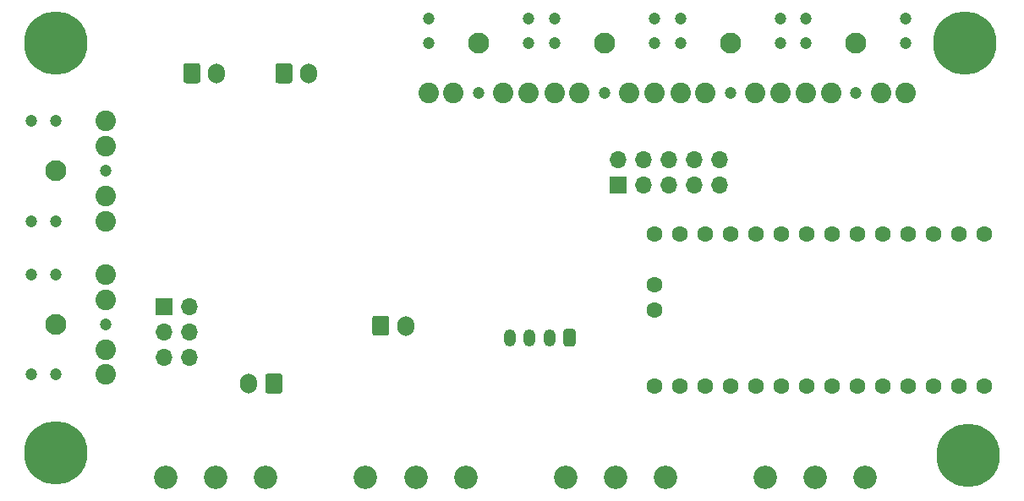
<source format=gbs>
%TF.GenerationSoftware,KiCad,Pcbnew,5.1.11-e4df9d881f~92~ubuntu20.04.1*%
%TF.CreationDate,2021-11-07T19:57:49-08:00*%
%TF.ProjectId,TeensyKeyerShield,5465656e-7379-44b6-9579-657253686965,rev?*%
%TF.SameCoordinates,PX4c4b400PY42c1d80*%
%TF.FileFunction,Soldermask,Bot*%
%TF.FilePolarity,Negative*%
%FSLAX46Y46*%
G04 Gerber Fmt 4.6, Leading zero omitted, Abs format (unit mm)*
G04 Created by KiCad (PCBNEW 5.1.11-e4df9d881f~92~ubuntu20.04.1) date 2021-11-07 19:57:49*
%MOMM*%
%LPD*%
G01*
G04 APERTURE LIST*
%ADD10C,6.350000*%
%ADD11C,2.340000*%
%ADD12C,1.600000*%
%ADD13O,1.700000X2.000000*%
%ADD14C,2.100000*%
%ADD15C,2.050000*%
%ADD16C,1.200000*%
%ADD17R,1.700000X1.700000*%
%ADD18O,1.700000X1.700000*%
%ADD19O,1.200000X1.750000*%
G04 APERTURE END LIST*
D10*
%TO.C,MH1*%
X95800000Y-45800000D03*
%TD*%
%TO.C,MH2*%
X95500000Y-4500000D03*
%TD*%
%TO.C,MH3*%
X4500000Y-4500000D03*
%TD*%
%TO.C,MH4*%
X4500000Y-45500000D03*
%TD*%
D11*
%TO.C,RV2*%
X45500000Y-48000000D03*
X40500000Y-48000000D03*
X35500000Y-48000000D03*
%TD*%
D12*
%TO.C,U3*%
X64390000Y-31200000D03*
X64390000Y-38820000D03*
X64390000Y-28660000D03*
X64390000Y-23580000D03*
X66930000Y-38820000D03*
X69470000Y-38820000D03*
X72010000Y-38820000D03*
X74550000Y-38820000D03*
X77090000Y-38820000D03*
X79630000Y-38820000D03*
X82170000Y-38820000D03*
X84710000Y-38820000D03*
X87250000Y-38820000D03*
X89790000Y-38820000D03*
X92330000Y-38820000D03*
X94870000Y-38820000D03*
X97410000Y-38820000D03*
X66930000Y-23580000D03*
X69470000Y-23580000D03*
X72010000Y-23580000D03*
X74550000Y-23580000D03*
X77090000Y-23580000D03*
X79630000Y-23580000D03*
X82170000Y-23580000D03*
X84710000Y-23580000D03*
X87250000Y-23580000D03*
X89790000Y-23580000D03*
X92330000Y-23580000D03*
X94870000Y-23580000D03*
X97410000Y-23580000D03*
%TD*%
D13*
%TO.C,J1*%
X23800000Y-38600000D03*
G36*
G01*
X27150000Y-37850000D02*
X27150000Y-39350000D01*
G75*
G02*
X26900000Y-39600000I-250000J0D01*
G01*
X25700000Y-39600000D01*
G75*
G02*
X25450000Y-39350000I0J250000D01*
G01*
X25450000Y-37850000D01*
G75*
G02*
X25700000Y-37600000I250000J0D01*
G01*
X26900000Y-37600000D01*
G75*
G02*
X27150000Y-37850000I0J-250000D01*
G01*
G37*
%TD*%
%TO.C,J2*%
X39500000Y-32800000D03*
G36*
G01*
X36150000Y-33550000D02*
X36150000Y-32050000D01*
G75*
G02*
X36400000Y-31800000I250000J0D01*
G01*
X37600000Y-31800000D01*
G75*
G02*
X37850000Y-32050000I0J-250000D01*
G01*
X37850000Y-33550000D01*
G75*
G02*
X37600000Y-33800000I-250000J0D01*
G01*
X36400000Y-33800000D01*
G75*
G02*
X36150000Y-33550000I0J250000D01*
G01*
G37*
%TD*%
%TO.C,J3*%
G36*
G01*
X17250000Y-8250000D02*
X17250000Y-6750000D01*
G75*
G02*
X17500000Y-6500000I250000J0D01*
G01*
X18700000Y-6500000D01*
G75*
G02*
X18950000Y-6750000I0J-250000D01*
G01*
X18950000Y-8250000D01*
G75*
G02*
X18700000Y-8500000I-250000J0D01*
G01*
X17500000Y-8500000D01*
G75*
G02*
X17250000Y-8250000I0J250000D01*
G01*
G37*
X20600000Y-7500000D03*
%TD*%
%TO.C,J4*%
G36*
G01*
X26450000Y-8250000D02*
X26450000Y-6750000D01*
G75*
G02*
X26700000Y-6500000I250000J0D01*
G01*
X27900000Y-6500000D01*
G75*
G02*
X28150000Y-6750000I0J-250000D01*
G01*
X28150000Y-8250000D01*
G75*
G02*
X27900000Y-8500000I-250000J0D01*
G01*
X26700000Y-8500000D01*
G75*
G02*
X26450000Y-8250000I0J250000D01*
G01*
G37*
X29800000Y-7500000D03*
%TD*%
D14*
%TO.C,J5*%
X4500000Y-17300000D03*
D15*
X9500000Y-22300000D03*
X9500000Y-19800000D03*
X9500000Y-12300000D03*
X9500000Y-14800000D03*
D16*
X9500000Y-17300000D03*
X4500000Y-22300000D03*
X4500000Y-12300000D03*
X2000000Y-22300000D03*
X2000000Y-12300000D03*
%TD*%
%TO.C,J6*%
X2000000Y-27700000D03*
X2000000Y-37700000D03*
X4500000Y-27700000D03*
X4500000Y-37700000D03*
X9500000Y-32700000D03*
D15*
X9500000Y-30200000D03*
X9500000Y-27700000D03*
X9500000Y-35200000D03*
X9500000Y-37700000D03*
D14*
X4500000Y-32700000D03*
%TD*%
%TO.C,J7*%
X72000000Y-4500000D03*
D15*
X67000000Y-9500000D03*
X69500000Y-9500000D03*
X77000000Y-9500000D03*
X74500000Y-9500000D03*
D16*
X72000000Y-9500000D03*
X67000000Y-4500000D03*
X77000000Y-4500000D03*
X67000000Y-2000000D03*
X77000000Y-2000000D03*
%TD*%
%TO.C,J8*%
X64400000Y-2000000D03*
X54400000Y-2000000D03*
X64400000Y-4500000D03*
X54400000Y-4500000D03*
X59400000Y-9500000D03*
D15*
X61900000Y-9500000D03*
X64400000Y-9500000D03*
X56900000Y-9500000D03*
X54400000Y-9500000D03*
D14*
X59400000Y-4500000D03*
%TD*%
%TO.C,J9*%
X46800000Y-4500000D03*
D15*
X41800000Y-9500000D03*
X44300000Y-9500000D03*
X51800000Y-9500000D03*
X49300000Y-9500000D03*
D16*
X46800000Y-9500000D03*
X41800000Y-4500000D03*
X51800000Y-4500000D03*
X41800000Y-2000000D03*
X51800000Y-2000000D03*
%TD*%
%TO.C,J12*%
X89600000Y-2000000D03*
X79600000Y-2000000D03*
X89600000Y-4500000D03*
X79600000Y-4500000D03*
X84600000Y-9500000D03*
D15*
X87100000Y-9500000D03*
X89600000Y-9500000D03*
X82100000Y-9500000D03*
X79600000Y-9500000D03*
D14*
X84600000Y-4500000D03*
%TD*%
D11*
%TO.C,RV1*%
X15500000Y-48000000D03*
X20500000Y-48000000D03*
X25500000Y-48000000D03*
%TD*%
%TO.C,RV3*%
X55500000Y-48000000D03*
X60500000Y-48000000D03*
X65500000Y-48000000D03*
%TD*%
%TO.C,RV4*%
X85500000Y-48000000D03*
X80500000Y-48000000D03*
X75500000Y-48000000D03*
%TD*%
D17*
%TO.C,J11*%
X60800000Y-18740000D03*
D18*
X60800000Y-16200000D03*
X63340000Y-18740000D03*
X63340000Y-16200000D03*
X65880000Y-18740000D03*
X65880000Y-16200000D03*
X68420000Y-18740000D03*
X68420000Y-16200000D03*
X70960000Y-18740000D03*
X70960000Y-16200000D03*
%TD*%
D17*
%TO.C,JP1*%
X15300000Y-30900000D03*
D18*
X17840000Y-30900000D03*
X15300000Y-33440000D03*
X17840000Y-33440000D03*
X15300000Y-35980000D03*
X17840000Y-35980000D03*
%TD*%
%TO.C,J10*%
G36*
G01*
X56500000Y-33374999D02*
X56500000Y-34625001D01*
G75*
G02*
X56250001Y-34875000I-249999J0D01*
G01*
X55549999Y-34875000D01*
G75*
G02*
X55300000Y-34625001I0J249999D01*
G01*
X55300000Y-33374999D01*
G75*
G02*
X55549999Y-33125000I249999J0D01*
G01*
X56250001Y-33125000D01*
G75*
G02*
X56500000Y-33374999I0J-249999D01*
G01*
G37*
D19*
X53900000Y-34000000D03*
X51900000Y-34000000D03*
X49900000Y-34000000D03*
%TD*%
M02*

</source>
